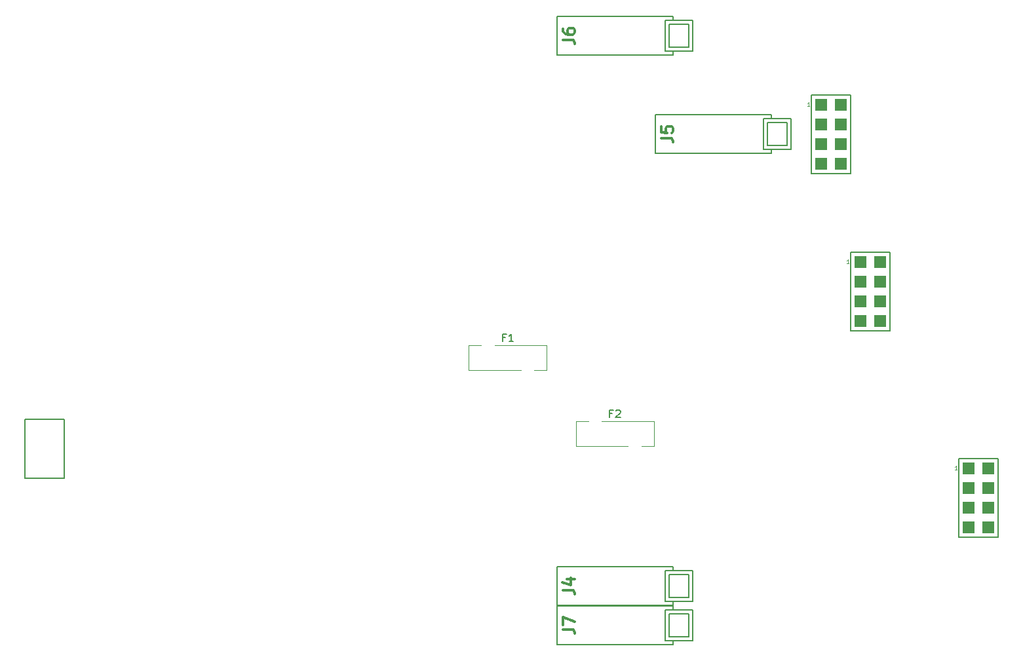
<source format=gbr>
%TF.GenerationSoftware,KiCad,Pcbnew,6.0.10+dfsg-1~bpo11+1*%
%TF.CreationDate,2023-02-14T10:13:58+00:00*%
%TF.ProjectId,ISO11446PWR01,49534f31-3134-4343-9650-575230312e6b,rev?*%
%TF.SameCoordinates,Original*%
%TF.FileFunction,Legend,Top*%
%TF.FilePolarity,Positive*%
%FSLAX46Y46*%
G04 Gerber Fmt 4.6, Leading zero omitted, Abs format (unit mm)*
G04 Created by KiCad (PCBNEW 6.0.10+dfsg-1~bpo11+1) date 2023-02-14 10:13:58*
%MOMM*%
%LPD*%
G01*
G04 APERTURE LIST*
%ADD10C,0.304800*%
%ADD11C,0.050000*%
%ADD12C,0.150000*%
%ADD13C,0.120000*%
%ADD14R,1.524000X1.524000*%
G04 APERTURE END LIST*
D10*
%TO.C,J6*%
X97463428Y68072000D02*
X98552000Y68072000D01*
X98769714Y67999429D01*
X98914857Y67854286D01*
X98987428Y67636572D01*
X98987428Y67491429D01*
X97463428Y69450858D02*
X97463428Y69160572D01*
X97536000Y69015429D01*
X97608571Y68942858D01*
X97826285Y68797715D01*
X98116571Y68725143D01*
X98697142Y68725143D01*
X98842285Y68797715D01*
X98914857Y68870286D01*
X98987428Y69015429D01*
X98987428Y69305715D01*
X98914857Y69450858D01*
X98842285Y69523429D01*
X98697142Y69596000D01*
X98334285Y69596000D01*
X98189142Y69523429D01*
X98116571Y69450858D01*
X98044000Y69305715D01*
X98044000Y69015429D01*
X98116571Y68870286D01*
X98189142Y68797715D01*
X98334285Y68725143D01*
%TO.C,J7*%
X97463428Y-8128000D02*
X98552000Y-8128000D01*
X98769714Y-8200571D01*
X98914857Y-8345714D01*
X98987428Y-8563428D01*
X98987428Y-8708571D01*
X97463428Y-7547428D02*
X97463428Y-6531428D01*
X98987428Y-7184571D01*
%TO.C,J4*%
X97463428Y-3048000D02*
X98552000Y-3048000D01*
X98769714Y-3120571D01*
X98914857Y-3265714D01*
X98987428Y-3483428D01*
X98987428Y-3628571D01*
X97971428Y-1669142D02*
X98987428Y-1669142D01*
X97390857Y-2032000D02*
X98479428Y-2394857D01*
X98479428Y-1451428D01*
D11*
%TO.C,J1*%
X129301857Y59463810D02*
X129016142Y59463810D01*
X129159000Y59463810D02*
X129159000Y59963810D01*
X129111380Y59892381D01*
X129063761Y59844762D01*
X129016142Y59820953D01*
D12*
%TO.C,F2*%
X103816666Y19751429D02*
X103483333Y19751429D01*
X103483333Y19227620D02*
X103483333Y20227620D01*
X103959523Y20227620D01*
X104292857Y20132381D02*
X104340476Y20180000D01*
X104435714Y20227620D01*
X104673809Y20227620D01*
X104769047Y20180000D01*
X104816666Y20132381D01*
X104864285Y20037143D01*
X104864285Y19941905D01*
X104816666Y19799048D01*
X104245238Y19227620D01*
X104864285Y19227620D01*
D11*
%TO.C,J2*%
X148351857Y12473810D02*
X148066142Y12473810D01*
X148209000Y12473810D02*
X148209000Y12973810D01*
X148161380Y12902381D01*
X148113761Y12854762D01*
X148066142Y12830953D01*
D12*
%TO.C,F1*%
X89986666Y29571429D02*
X89653333Y29571429D01*
X89653333Y29047620D02*
X89653333Y30047620D01*
X90129523Y30047620D01*
X91034285Y29047620D02*
X90462857Y29047620D01*
X90748571Y29047620D02*
X90748571Y30047620D01*
X90653333Y29904762D01*
X90558095Y29809524D01*
X90462857Y29761905D01*
D10*
%TO.C,J5*%
X110163428Y55372000D02*
X111252000Y55372000D01*
X111469714Y55299429D01*
X111614857Y55154286D01*
X111687428Y54936572D01*
X111687428Y54791429D01*
X110163428Y56823429D02*
X110163428Y56097715D01*
X110889142Y56025143D01*
X110816571Y56097715D01*
X110744000Y56242858D01*
X110744000Y56605715D01*
X110816571Y56750858D01*
X110889142Y56823429D01*
X111034285Y56896000D01*
X111397142Y56896000D01*
X111542285Y56823429D01*
X111614857Y56750858D01*
X111687428Y56605715D01*
X111687428Y56242858D01*
X111614857Y56097715D01*
X111542285Y56025143D01*
D11*
%TO.C,J3*%
X134381857Y39143810D02*
X134096142Y39143810D01*
X134239000Y39143810D02*
X134239000Y39643810D01*
X134191380Y39572381D01*
X134143761Y39524762D01*
X134096142Y39500953D01*
D12*
%TO.C,J6*%
X111180100Y67079000D02*
X111180100Y70081000D01*
X111680000Y70580000D02*
X111680000Y71080000D01*
X96680000Y66079900D02*
X96680000Y71080100D01*
X111680000Y66080000D02*
X111680000Y66580000D01*
X110680000Y70580000D02*
X114181000Y70580000D01*
X105680000Y71080000D02*
X111680000Y71080000D01*
X114180100Y70580000D02*
X114180100Y66580000D01*
X111180100Y70080000D02*
X113680000Y70080000D01*
X105680000Y66080000D02*
X111680000Y66080000D01*
X111180100Y67080000D02*
X113680000Y67080000D01*
X96680000Y71080000D02*
X105680000Y71080000D01*
X105680000Y66080000D02*
X96680000Y66080000D01*
X110680000Y66580000D02*
X114180100Y66580000D01*
X113680000Y67079000D02*
X113680000Y70081000D01*
X110680000Y70580000D02*
X110680000Y66580000D01*
%TO.C,J7*%
X96680000Y-5120000D02*
X105680000Y-5120000D01*
X113680000Y-9121000D02*
X113680000Y-6119000D01*
X110680000Y-5620000D02*
X114181000Y-5620000D01*
X111180100Y-6120000D02*
X113680000Y-6120000D01*
X110680000Y-9620000D02*
X114180100Y-9620000D01*
X105680000Y-10120000D02*
X96680000Y-10120000D01*
X111180100Y-9120000D02*
X113680000Y-9120000D01*
X96680000Y-10120100D02*
X96680000Y-5119900D01*
X111680000Y-5620000D02*
X111680000Y-5120000D01*
X111680000Y-10120000D02*
X111680000Y-9620000D01*
X111180100Y-9121000D02*
X111180100Y-6119000D01*
X110680000Y-5620000D02*
X110680000Y-9620000D01*
X105680000Y-5120000D02*
X111680000Y-5120000D01*
X105680000Y-10120000D02*
X111680000Y-10120000D01*
X114180100Y-5620000D02*
X114180100Y-9620000D01*
%TO.C,J4*%
X114180100Y-540000D02*
X114180100Y-4540000D01*
X111680000Y-540000D02*
X111680000Y-40000D01*
X113680000Y-4041000D02*
X113680000Y-1039000D01*
X110680000Y-4540000D02*
X114180100Y-4540000D01*
X105680000Y-5040000D02*
X111680000Y-5040000D01*
X111180100Y-4040000D02*
X113680000Y-4040000D01*
X96680000Y-5040100D02*
X96680000Y-39900D01*
X111180100Y-4041000D02*
X111180100Y-1039000D01*
X110680000Y-540000D02*
X110680000Y-4540000D01*
X96680000Y-40000D02*
X105680000Y-40000D01*
X111180100Y-1040000D02*
X113680000Y-1040000D01*
X105680000Y-40000D02*
X111680000Y-40000D01*
X105680000Y-5040000D02*
X96680000Y-5040000D01*
X110680000Y-540000D02*
X114181000Y-540000D01*
X111680000Y-5040000D02*
X111680000Y-4540000D01*
%TO.C,J1*%
X129540000Y50800000D02*
X129540000Y60960000D01*
X129540000Y60960000D02*
X134620000Y60960000D01*
X134620000Y60960000D02*
X134620000Y50800000D01*
X134620000Y50800000D02*
X129540000Y50800000D01*
D13*
%TO.C,F2*%
X99099000Y15580000D02*
X105822000Y15580000D01*
X109200000Y18780000D02*
X109200000Y15580000D01*
X99099000Y18780000D02*
X100721000Y18780000D01*
X107579000Y15580000D02*
X109200000Y15580000D01*
X102479000Y18780000D02*
X109200000Y18780000D01*
X99099000Y18780000D02*
X99099000Y15580000D01*
D12*
%TO.C,J8*%
X33020000Y19050000D02*
X33020000Y11430000D01*
X27940000Y11430000D02*
X27940000Y19050000D01*
X27940000Y19050000D02*
X33020000Y19050000D01*
X33020000Y11430000D02*
X27940000Y11430000D01*
%TO.C,J2*%
X148590000Y3810000D02*
X148590000Y13970000D01*
X148590000Y13970000D02*
X153670000Y13970000D01*
X153670000Y3810000D02*
X148590000Y3810000D01*
X153670000Y13970000D02*
X153670000Y3810000D01*
D13*
%TO.C,F1*%
X85269000Y25400000D02*
X91992000Y25400000D01*
X85269000Y28600000D02*
X86891000Y28600000D01*
X93749000Y25400000D02*
X95370000Y25400000D01*
X85269000Y28600000D02*
X85269000Y25400000D01*
X95370000Y28600000D02*
X95370000Y25400000D01*
X88649000Y28600000D02*
X95370000Y28600000D01*
D12*
%TO.C,J5*%
X109380000Y53379900D02*
X109380000Y58380100D01*
X118380000Y53380000D02*
X109380000Y53380000D01*
X126880100Y57880000D02*
X126880100Y53880000D01*
X123380000Y57880000D02*
X123380000Y53880000D01*
X123880100Y54380000D02*
X126380000Y54380000D01*
X123880100Y57380000D02*
X126380000Y57380000D01*
X123380000Y53880000D02*
X126880100Y53880000D01*
X124380000Y53380000D02*
X124380000Y53880000D01*
X123380000Y57880000D02*
X126881000Y57880000D01*
X118380000Y53380000D02*
X124380000Y53380000D01*
X124380000Y57880000D02*
X124380000Y58380000D01*
X118380000Y58380000D02*
X124380000Y58380000D01*
X123880100Y54379000D02*
X123880100Y57381000D01*
X109380000Y58380000D02*
X118380000Y58380000D01*
X126380000Y54379000D02*
X126380000Y57381000D01*
%TO.C,J3*%
X134620000Y40640000D02*
X139700000Y40640000D01*
X134620000Y30480000D02*
X134620000Y40640000D01*
X139700000Y30480000D02*
X134620000Y30480000D01*
X139700000Y40640000D02*
X139700000Y30480000D01*
%TD*%
D14*
%TO.C,J1*%
X130810000Y59690000D03*
X133350000Y59690000D03*
X130810000Y57150000D03*
X133350000Y57150000D03*
X130810000Y54610000D03*
X133350000Y54610000D03*
X130810000Y52070000D03*
X133350000Y52070000D03*
%TD*%
%TO.C,J2*%
X149860000Y12700000D03*
X152400000Y12700000D03*
X149860000Y10160000D03*
X152400000Y10160000D03*
X149860000Y7620000D03*
X152400000Y7620000D03*
X149860000Y5080000D03*
X152400000Y5080000D03*
%TD*%
%TO.C,J3*%
X135890000Y39370000D03*
X138430000Y39370000D03*
X135890000Y36830000D03*
X138430000Y36830000D03*
X135890000Y34290000D03*
X138430000Y34290000D03*
X135890000Y31750000D03*
X138430000Y31750000D03*
%TD*%
M02*

</source>
